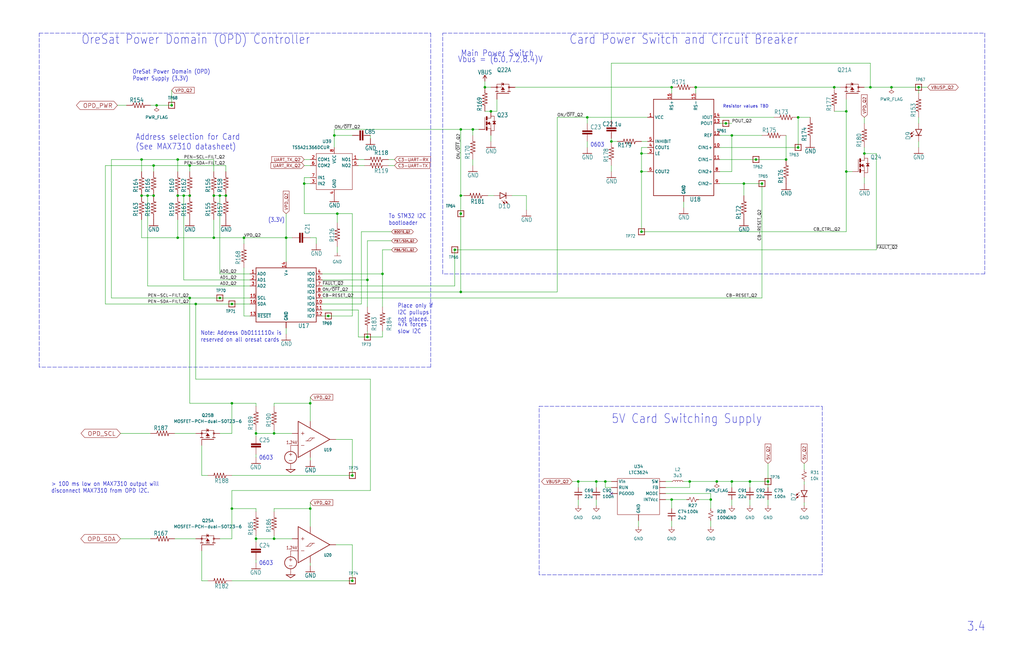
<source format=kicad_sch>
(kicad_sch (version 20211123) (generator eeschema)
  (paper "B")
  (junction (at 59.69 67.31))
  (junction (at 95.25 82.55))
  (junction (at 336.55 49.53))
  (junction (at 356.87 46.99))
  (junction (at 140.97 57.15))
  (junction (at 306.07 52.07))
  (junction (at 251.46 203.2))
  (junction (at 316.23 203.2))
  (junction (at 356.87 72.39))
  (junction (at 120.65 100.33))
  (junction (at 74.93 100.33))
  (junction (at 90.17 100.33))
  (junction (at 321.31 77.47))
  (junction (at 199.39 54.61))
  (junction (at 80.01 82.55))
  (junction (at 247.65 49.53))
  (junction (at 80.01 69.85))
  (junction (at 128.27 77.47))
  (junction (at 255.27 203.2))
  (junction (at 351.79 36.83))
  (junction (at 375.92 36.83))
  (junction (at 308.61 203.2))
  (junction (at 148.59 245.11))
  (junction (at 142.24 90.17))
  (junction (at 97.79 170.18))
  (junction (at 154.94 142.24))
  (junction (at 74.93 82.55))
  (junction (at 154.94 118.11))
  (junction (at 97.79 214.63))
  (junction (at 194.31 90.17))
  (junction (at 367.03 36.83))
  (junction (at 66.04 44.45))
  (junction (at 161.29 115.57))
  (junction (at 107.95 182.88))
  (junction (at 138.43 133.35))
  (junction (at 313.69 77.47))
  (junction (at 102.87 100.33))
  (junction (at 80.01 125.73))
  (junction (at 115.57 182.88))
  (junction (at 130.81 214.63))
  (junction (at 270.51 97.79))
  (junction (at 194.31 123.19))
  (junction (at 194.31 54.61))
  (junction (at 387.35 36.83))
  (junction (at 243.84 203.2))
  (junction (at 299.72 210.82))
  (junction (at 92.71 125.73))
  (junction (at 82.55 128.27))
  (junction (at 130.81 170.18))
  (junction (at 336.55 62.23))
  (junction (at 74.93 67.31))
  (junction (at 148.59 200.66))
  (junction (at 62.23 82.55))
  (junction (at 331.47 67.31))
  (junction (at 270.51 64.77))
  (junction (at 283.21 36.83))
  (junction (at 191.77 105.41))
  (junction (at 290.83 203.2))
  (junction (at 207.01 46.99))
  (junction (at 364.49 64.77))
  (junction (at 107.95 227.33))
  (junction (at 64.77 69.85))
  (junction (at 77.47 82.55))
  (junction (at 308.61 57.15))
  (junction (at 204.47 36.83))
  (junction (at 283.21 210.82))
  (junction (at 59.69 82.55))
  (junction (at 194.31 82.55))
  (junction (at 64.77 82.55))
  (junction (at 270.51 72.39))
  (junction (at 72.39 44.45))
  (junction (at 115.57 227.33))
  (junction (at 318.77 67.31))
  (junction (at 92.71 82.55))
  (junction (at 257.81 59.69))
  (junction (at 323.85 203.2))
  (junction (at 97.79 128.27))
  (junction (at 90.17 82.55))
  (junction (at 302.26 203.2))
  (junction (at 293.37 36.83))
  (no_connect (at 257.81 208.28))
  (wire (pts (xy 204.47 36.83) (xy 207.01 36.83)))
  (wire (pts (xy 308.61 203.2) (xy 308.61 205.74)))
  (wire (pts (xy 115.57 171.45) (xy 115.57 170.18)))
  (wire (pts (xy 140.97 57.15) (xy 148.59 57.15)))
  (wire (pts (xy 299.72 219.71) (xy 299.72 222.25)))
  (wire (pts (xy 107.95 184.15) (xy 107.95 182.88)))
  (wire (pts (xy 97.79 128.27) (xy 82.55 128.27)))
  (wire (pts (xy 194.31 54.61) (xy 194.31 82.55)))
  (wire (pts (xy 356.87 46.99) (xy 356.87 41.91)))
  (wire (pts (xy 364.49 74.93) (xy 364.49 77.47)))
  (wire (pts (xy 148.59 229.87) (xy 148.59 245.11)))
  (wire (pts (xy 356.87 97.79) (xy 270.51 97.79)))
  (wire (pts (xy 280.67 203.2) (xy 283.21 203.2)))
  (wire (pts (xy 130.81 177.8) (xy 130.81 170.18)))
  (wire (pts (xy 115.57 182.88) (xy 123.19 182.88)))
  (wire (pts (xy 90.17 100.33) (xy 90.17 92.71)))
  (wire (pts (xy 128.27 74.93) (xy 128.27 77.47)))
  (wire (pts (xy 270.51 62.23) (xy 270.51 64.77)))
  (wire (pts (xy 280.67 208.28) (xy 299.72 208.28)))
  (wire (pts (xy 251.46 203.2) (xy 251.46 205.74)))
  (wire (pts (xy 323.85 195.58) (xy 323.85 203.2)))
  (wire (pts (xy 247.65 52.07) (xy 247.65 49.53)))
  (wire (pts (xy 356.87 46.99) (xy 356.87 72.39)))
  (wire (pts (xy 387.35 49.53) (xy 387.35 52.07)))
  (wire (pts (xy 154.94 139.7) (xy 154.94 142.24)))
  (polyline (pts (xy 227.33 171.45) (xy 346.71 171.45)))
  (wire (pts (xy 135.89 130.81) (xy 151.13 130.81)))
  (wire (pts (xy 199.39 54.61) (xy 194.31 54.61)))
  (wire (pts (xy 306.07 52.07) (xy 308.61 52.07)))
  (wire (pts (xy 166.37 67.31) (xy 163.83 67.31)))
  (wire (pts (xy 221.996 82.55) (xy 221.996 88.646)))
  (wire (pts (xy 138.43 133.35) (xy 148.59 133.35)))
  (wire (pts (xy 128.27 77.47) (xy 130.81 77.47)))
  (wire (pts (xy 44.45 128.27) (xy 44.45 69.85)))
  (wire (pts (xy 95.25 82.55) (xy 92.71 82.55)))
  (wire (pts (xy 303.53 57.15) (xy 308.61 57.15)))
  (wire (pts (xy 92.71 115.57) (xy 92.71 82.55)))
  (wire (pts (xy 130.81 74.93) (xy 128.27 74.93)))
  (wire (pts (xy 59.69 72.39) (xy 59.69 67.31)))
  (wire (pts (xy 351.79 46.99) (xy 356.87 46.99)))
  (wire (pts (xy 364.49 49.53) (xy 364.49 52.07)))
  (wire (pts (xy 209.55 46.99) (xy 209.55 41.91)))
  (wire (pts (xy 80.01 72.39) (xy 80.01 69.85)))
  (wire (pts (xy 283.21 219.71) (xy 283.21 222.25)))
  (wire (pts (xy 316.23 203.2) (xy 316.23 205.74)))
  (wire (pts (xy 130.81 222.25) (xy 130.81 214.63)))
  (wire (pts (xy 107.95 171.45) (xy 107.95 170.18)))
  (wire (pts (xy 138.43 133.35) (xy 135.89 133.35)))
  (wire (pts (xy 120.65 110.49) (xy 120.65 100.33)))
  (wire (pts (xy 299.72 208.28) (xy 299.72 210.82)))
  (wire (pts (xy 313.69 82.55) (xy 313.69 77.47)))
  (wire (pts (xy 85.09 245.11) (xy 85.09 232.41)))
  (wire (pts (xy 318.77 67.31) (xy 303.53 67.31)))
  (wire (pts (xy 308.61 210.82) (xy 308.61 213.36)))
  (wire (pts (xy 95.25 69.85) (xy 95.25 72.39)))
  (wire (pts (xy 64.77 69.85) (xy 80.01 69.85)))
  (wire (pts (xy 135.89 123.19) (xy 194.31 123.19)))
  (wire (pts (xy 257.81 59.69) (xy 260.35 59.69)))
  (wire (pts (xy 153.67 69.85) (xy 151.13 69.85)))
  (wire (pts (xy 204.47 34.29) (xy 204.47 36.83)))
  (wire (pts (xy 107.95 227.33) (xy 107.95 226.06)))
  (wire (pts (xy 97.79 214.63) (xy 97.79 227.33)))
  (wire (pts (xy 308.61 72.39) (xy 308.61 57.15)))
  (wire (pts (xy 130.81 238.76) (xy 130.81 237.49)))
  (wire (pts (xy 313.69 77.47) (xy 303.53 77.47)))
  (wire (pts (xy 199.39 57.15) (xy 199.39 54.61)))
  (wire (pts (xy 299.72 210.82) (xy 294.64 210.82)))
  (wire (pts (xy 46.99 125.73) (xy 80.01 125.73)))
  (wire (pts (xy 270.51 64.77) (xy 270.51 72.39)))
  (wire (pts (xy 140.97 57.15) (xy 140.97 62.23)))
  (wire (pts (xy 199.39 54.61) (xy 201.93 54.61)))
  (wire (pts (xy 102.87 113.03) (xy 102.87 133.35)))
  (wire (pts (xy 199.39 67.31) (xy 199.39 69.85)))
  (wire (pts (xy 154.94 118.11) (xy 154.94 129.54)))
  (wire (pts (xy 53.34 44.45) (xy 49.53 44.45)))
  (wire (pts (xy 59.69 67.31) (xy 74.93 67.31)))
  (wire (pts (xy 64.77 72.39) (xy 64.77 69.85)))
  (wire (pts (xy 62.23 82.55) (xy 59.69 82.55)))
  (wire (pts (xy 77.47 118.11) (xy 77.47 82.55)))
  (wire (pts (xy 153.67 67.31) (xy 151.13 67.31)))
  (wire (pts (xy 303.53 49.53) (xy 326.39 49.53)))
  (wire (pts (xy 80.01 82.55) (xy 77.47 82.55)))
  (wire (pts (xy 107.95 182.88) (xy 115.57 182.88)))
  (wire (pts (xy 152.4 97.79) (xy 165.1 97.79)))
  (wire (pts (xy 316.23 203.2) (xy 323.85 203.2)))
  (wire (pts (xy 288.29 203.2) (xy 290.83 203.2)))
  (wire (pts (xy 207.01 57.15) (xy 207.01 59.69)))
  (wire (pts (xy 82.55 227.33) (xy 73.66 227.33)))
  (wire (pts (xy 205.74 82.55) (xy 208.28 82.55)))
  (polyline (pts (xy 181.61 154.94) (xy 16.51 154.94)))
  (wire (pts (xy 130.81 170.18) (xy 130.81 167.64)))
  (wire (pts (xy 308.61 57.15) (xy 321.31 57.15)))
  (wire (pts (xy 148.59 133.35) (xy 148.59 90.17)))
  (wire (pts (xy 46.99 125.73) (xy 46.99 67.31)))
  (wire (pts (xy 161.29 105.41) (xy 165.1 105.41)))
  (wire (pts (xy 283.21 210.82) (xy 289.56 210.82)))
  (wire (pts (xy 130.81 214.63) (xy 130.81 212.09)))
  (polyline (pts (xy 346.71 171.45) (xy 346.71 242.57)))
  (wire (pts (xy 141.605 229.87) (xy 148.59 229.87)))
  (wire (pts (xy 74.93 100.33) (xy 74.93 92.71)))
  (wire (pts (xy 90.17 100.33) (xy 102.87 100.33)))
  (wire (pts (xy 280.67 205.74) (xy 290.83 205.74)))
  (wire (pts (xy 351.79 36.83) (xy 354.33 36.83)))
  (wire (pts (xy 257.81 50.8) (xy 257.81 26.67)))
  (wire (pts (xy 120.65 140.97) (xy 120.65 138.43)))
  (wire (pts (xy 133.35 100.33) (xy 133.35 102.87)))
  (wire (pts (xy 234.95 123.19) (xy 194.31 123.19)))
  (wire (pts (xy 161.29 142.24) (xy 161.29 139.7)))
  (wire (pts (xy 135.89 118.11) (xy 154.94 118.11)))
  (polyline (pts (xy 415.29 13.97) (xy 415.29 115.57)))
  (wire (pts (xy 115.57 181.61) (xy 115.57 182.88)))
  (wire (pts (xy 77.47 82.55) (xy 74.93 82.55)))
  (wire (pts (xy 120.65 100.33) (xy 123.19 100.33)))
  (wire (pts (xy 154.94 118.11) (xy 154.94 101.6)))
  (wire (pts (xy 97.79 207.01) (xy 156.21 207.01)))
  (wire (pts (xy 107.95 193.04) (xy 107.95 191.77)))
  (wire (pts (xy 257.81 58.42) (xy 257.81 59.69)))
  (wire (pts (xy 166.37 69.85) (xy 163.83 69.85)))
  (wire (pts (xy 321.31 125.73) (xy 321.31 77.47)))
  (wire (pts (xy 273.05 59.69) (xy 270.51 59.69)))
  (wire (pts (xy 85.09 200.66) (xy 85.09 187.96)))
  (wire (pts (xy 339.09 195.58) (xy 339.09 198.12)))
  (wire (pts (xy 105.41 128.27) (xy 97.79 128.27)))
  (wire (pts (xy 107.95 215.9) (xy 107.95 214.63)))
  (wire (pts (xy 359.41 72.39) (xy 356.87 72.39)))
  (wire (pts (xy 105.41 133.35) (xy 102.87 133.35)))
  (wire (pts (xy 336.55 62.23) (xy 336.55 49.53)))
  (wire (pts (xy 80.01 170.18) (xy 80.01 125.73)))
  (wire (pts (xy 105.41 118.11) (xy 77.47 118.11)))
  (wire (pts (xy 243.84 203.2) (xy 251.46 203.2)))
  (wire (pts (xy 283.21 210.82) (xy 283.21 214.63)))
  (wire (pts (xy 364.49 36.83) (xy 367.03 36.83)))
  (wire (pts (xy 154.94 101.6) (xy 165.1 101.6)))
  (wire (pts (xy 97.79 214.63) (xy 97.79 207.01)))
  (wire (pts (xy 356.87 72.39) (xy 356.87 97.79)))
  (wire (pts (xy 120.65 100.33) (xy 120.65 90.17)))
  (wire (pts (xy 97.79 182.88) (xy 92.71 182.88)))
  (wire (pts (xy 107.95 237.49) (xy 107.95 236.22)))
  (wire (pts (xy 283.21 210.82) (xy 280.67 210.82)))
  (polyline (pts (xy 181.61 13.97) (xy 181.61 154.94)))
  (wire (pts (xy 72.39 44.45) (xy 72.39 38.1)))
  (wire (pts (xy 387.35 59.69) (xy 387.35 62.23)))
  (wire (pts (xy 316.23 210.82) (xy 316.23 213.36)))
  (wire (pts (xy 130.81 170.18) (xy 115.57 170.18)))
  (wire (pts (xy 204.47 46.99) (xy 207.01 46.99)))
  (wire (pts (xy 241.3 203.2) (xy 243.84 203.2)))
  (polyline (pts (xy 227.33 242.57) (xy 227.33 171.45)))
  (polyline (pts (xy 415.29 115.57) (xy 186.69 115.57)))
  (wire (pts (xy 128.27 69.85) (xy 130.81 69.85)))
  (wire (pts (xy 283.21 36.83) (xy 283.21 39.37)))
  (wire (pts (xy 140.97 54.61) (xy 194.31 54.61)))
  (wire (pts (xy 97.79 170.18) (xy 97.79 182.88)))
  (wire (pts (xy 323.85 205.74) (xy 323.85 203.2)))
  (wire (pts (xy 90.17 72.39) (xy 90.17 67.31)))
  (wire (pts (xy 107.95 214.63) (xy 97.79 214.63)))
  (wire (pts (xy 308.61 203.2) (xy 316.23 203.2)))
  (wire (pts (xy 290.83 203.2) (xy 290.83 205.74)))
  (wire (pts (xy 102.87 102.87) (xy 102.87 100.33)))
  (wire (pts (xy 74.93 67.31) (xy 90.17 67.31)))
  (wire (pts (xy 336.55 49.53) (xy 341.63 49.53)))
  (wire (pts (xy 369.57 64.77) (xy 369.57 105.41)))
  (wire (pts (xy 303.53 62.23) (xy 336.55 62.23)))
  (wire (pts (xy 234.95 123.19) (xy 234.95 49.53)))
  (wire (pts (xy 161.29 129.54) (xy 161.29 115.57)))
  (wire (pts (xy 194.31 82.55) (xy 194.31 90.17)))
  (wire (pts (xy 290.83 203.2) (xy 302.26 203.2)))
  (wire (pts (xy 257.81 203.2) (xy 255.27 203.2)))
  (wire (pts (xy 323.85 210.82) (xy 323.85 213.36)))
  (wire (pts (xy 107.95 227.33) (xy 107.95 228.6)))
  (wire (pts (xy 215.9 82.55) (xy 221.996 82.55)))
  (wire (pts (xy 367.03 36.83) (xy 375.92 36.83)))
  (wire (pts (xy 87.63 245.11) (xy 85.09 245.11)))
  (wire (pts (xy 66.04 44.45) (xy 72.39 44.45)))
  (wire (pts (xy 234.95 49.53) (xy 247.65 49.53)))
  (wire (pts (xy 270.51 97.79) (xy 270.51 72.39)))
  (wire (pts (xy 44.45 69.85) (xy 64.77 69.85)))
  (wire (pts (xy 243.84 205.74) (xy 243.84 203.2)))
  (wire (pts (xy 107.95 170.18) (xy 97.79 170.18)))
  (wire (pts (xy 156.21 207.01) (xy 156.21 160.02)))
  (wire (pts (xy 321.31 77.47) (xy 313.69 77.47)))
  (wire (pts (xy 318.77 67.31) (xy 331.47 67.31)))
  (wire (pts (xy 151.13 130.81) (xy 151.13 142.24)))
  (wire (pts (xy 207.01 46.99) (xy 209.55 46.99)))
  (wire (pts (xy 142.24 90.17) (xy 128.27 90.17)))
  (wire (pts (xy 105.41 115.57) (xy 92.71 115.57)))
  (wire (pts (xy 217.17 36.83) (xy 283.21 36.83)))
  (wire (pts (xy 299.72 214.63) (xy 299.72 210.82)))
  (wire (pts (xy 128.27 67.31) (xy 130.81 67.31)))
  (wire (pts (xy 115.57 227.33) (xy 123.19 227.33)))
  (wire (pts (xy 270.51 72.39) (xy 273.05 72.39)))
  (wire (pts (xy 148.59 90.17) (xy 142.24 90.17)))
  (wire (pts (xy 364.49 62.23) (xy 364.49 64.77)))
  (wire (pts (xy 195.58 82.55) (xy 194.31 82.55)))
  (wire (pts (xy 82.55 160.02) (xy 82.55 128.27)))
  (wire (pts (xy 74.93 100.33) (xy 90.17 100.33)))
  (wire (pts (xy 257.81 72.39) (xy 257.81 69.85)))
  (wire (pts (xy 92.71 125.73) (xy 105.41 125.73)))
  (wire (pts (xy 293.37 39.37) (xy 293.37 36.83)))
  (wire (pts (xy 293.37 36.83) (xy 351.79 36.83)))
  (wire (pts (xy 270.51 64.77) (xy 273.05 64.77)))
  (wire (pts (xy 135.89 125.73) (xy 321.31 125.73)))
  (wire (pts (xy 148.59 185.42) (xy 148.59 200.66)))
  (wire (pts (xy 191.77 105.41) (xy 191.77 120.65)))
  (wire (pts (xy 339.09 203.2) (xy 339.09 204.47)))
  (wire (pts (xy 64.77 82.55) (xy 62.23 82.55)))
  (wire (pts (xy 107.95 227.33) (xy 115.57 227.33)))
  (wire (pts (xy 142.24 106.68) (xy 142.24 104.14)))
  (wire (pts (xy 130.81 214.63) (xy 115.57 214.63)))
  (wire (pts (xy 46.99 67.31) (xy 59.69 67.31)))
  (wire (pts (xy 92.71 82.55) (xy 90.17 82.55)))
  (wire (pts (xy 339.09 212.09) (xy 339.09 213.36)))
  (wire (pts (xy 59.69 100.33) (xy 59.69 92.71)))
  (wire (pts (xy 161.29 105.41) (xy 161.29 115.57)))
  (wire (pts (xy 387.35 36.83) (xy 387.35 39.37)))
  (wire (pts (xy 80.01 69.85) (xy 95.25 69.85)))
  (wire (pts (xy 135.89 128.27) (xy 152.4 128.27)))
  (wire (pts (xy 63.5 227.33) (xy 50.8 227.33)))
  (wire (pts (xy 102.87 100.33) (xy 120.65 100.33)))
  (wire (pts (xy 156.21 57.15) (xy 156.21 58.42)))
  (wire (pts (xy 87.63 200.66) (xy 85.09 200.66)))
  (wire (pts (xy 130.81 100.33) (xy 133.35 100.33)))
  (wire (pts (xy 62.23 120.65) (xy 62.23 82.55)))
  (wire (pts (xy 303.53 52.07) (xy 306.07 52.07)))
  (wire (pts (xy 154.94 142.24) (xy 161.29 142.24)))
  (wire (pts (xy 251.46 203.2) (xy 255.27 203.2)))
  (polyline (pts (xy 346.71 242.57) (xy 227.33 242.57)))
  (wire (pts (xy 82.55 128.27) (xy 44.45 128.27)))
  (wire (pts (xy 161.29 115.57) (xy 135.89 115.57)))
  (wire (pts (xy 251.46 210.82) (xy 251.46 213.36)))
  (wire (pts (xy 247.65 49.53) (xy 273.05 49.53)))
  (wire (pts (xy 391.16 36.83) (xy 387.35 36.83)))
  (wire (pts (xy 97.79 245.11) (xy 148.59 245.11)))
  (wire (pts (xy 128.27 77.47) (xy 128.27 90.17)))
  (wire (pts (xy 97.79 170.18) (xy 80.01 170.18)))
  (wire (pts (xy 302.26 203.2) (xy 308.61 203.2)))
  (wire (pts (xy 257.81 26.67) (xy 367.03 26.67)))
  (wire (pts (xy 331.47 67.31) (xy 331.47 57.15)))
  (polyline (pts (xy 186.69 13.97) (xy 415.29 13.97)))
  (wire (pts (xy 194.31 90.17) (xy 194.31 123.19)))
  (wire (pts (xy 142.24 90.17) (xy 142.24 93.98)))
  (wire (pts (xy 59.69 100.33) (xy 74.93 100.33)))
  (wire (pts (xy 367.03 26.67) (xy 367.03 36.83)))
  (wire (pts (xy 152.4 128.27) (xy 152.4 97.79)))
  (wire (pts (xy 243.84 210.82) (xy 243.84 213.36)))
  (wire (pts (xy 255.27 205.74) (xy 257.81 205.74)))
  (wire (pts (xy 105.41 120.65) (xy 62.23 120.65)))
  (wire (pts (xy 156.21 160.02) (xy 82.55 160.02)))
  (wire (pts (xy 303.53 72.39) (xy 308.61 72.39)))
  (wire (pts (xy 115.57 215.9) (xy 115.57 214.63)))
  (wire (pts (xy 82.55 182.88) (xy 73.66 182.88)))
  (wire (pts (xy 74.93 72.39) (xy 74.93 67.31)))
  (wire (pts (xy 191.77 120.65) (xy 135.89 120.65)))
  (wire (pts (xy 63.5 44.45) (xy 66.04 44.45)))
  (wire (pts (xy 141.605 185.42) (xy 148.59 185.42)))
  (wire (pts (xy 273.05 62.23) (xy 270.51 62.23)))
  (wire (pts (xy 130.81 194.31) (xy 130.81 193.04)))
  (wire (pts (xy 255.27 203.2) (xy 255.27 205.74)))
  (wire (pts (xy 107.95 182.88) (xy 107.95 181.61)))
  (wire (pts (xy 269.24 219.71) (xy 269.24 222.25)))
  (wire (pts (xy 364.49 64.77) (xy 369.57 64.77)))
  (wire (pts (xy 63.5 182.88) (xy 50.8 182.88)))
  (wire (pts (xy 115.57 226.06) (xy 115.57 227.33)))
  (wire (pts (xy 247.65 62.23) (xy 247.65 59.69)))
  (polyline (pts (xy 16.51 13.97) (xy 181.61 13.97)))
  (wire (pts (xy 140.97 54.61) (xy 140.97 57.15)))
  (wire (pts (xy 80.01 125.73) (xy 92.71 125.73)))
  (polyline (pts (xy 186.69 115.57) (xy 186.69 13.97)))
  (wire (pts (xy 151.13 142.24) (xy 154.94 142.24)))
  (wire (pts (xy 288.29 87.63) (xy 288.29 85.09)))
  (wire (pts (xy 97.79 200.66) (xy 148.59 200.66)))
  (polyline (pts (xy 16.51 154.94) (xy 16.51 13.97)))
  (wire (pts (xy 369.57 105.41) (xy 191.77 105.41)))
  (wire (pts (xy 375.92 36.83) (xy 387.35 36.83)))
  (wire (pts (xy 97.79 227.33) (xy 92.71 227.33)))
  (text "3.4" (at 407.67 266.7 180) (effects (font (size 3.81 3.2385)) (justify left bottom)))
  (text "Address selection for Card\n(See MAX7310 datasheet)" (at 57.15 63.5 0) (effects (font (size 2.54 2.159)) (justify left bottom)))
  (text "OreSat Power Domain (OPD)\nPower Supply (3.3V)" (at 55.88 34.29 180) (effects (font (size 1.778 1.5113)) (justify left bottom)))
  (text "To STM32 I2C\nbootloader" (at 163.83 95.25 180) (effects (font (size 1.778 1.5113)) (justify left bottom)))
  (text "Card Power Switch and Circuit Breaker" (at 240.03 19.05 180) (effects (font (size 3.81 3.2385)) (justify left bottom)))
  (text "0603" (at 248.92 62.23 180) (effects (font (size 1.778 1.5113)) (justify left bottom)))
  (text "0603" (at 109.22 194.31 180) (effects (font (size 1.778 1.5113)) (justify left bottom)))
  (text "Place only if\nI2C pullups\nnot placed." (at 167.64 135.89 180) (effects (font (size 1.778 1.5113)) (justify left bottom)))
  (text "0603" (at 109.22 238.76 180) (effects (font (size 1.778 1.5113)) (justify left bottom)))
  (text "5V Card Switching Supply" (at 257.81 179.07 180) (effects (font (size 3.81 3.2385)) (justify left bottom)))
  (text "(3.3V)" (at 113.03 93.98 180) (effects (font (size 1.778 1.5113)) (justify left bottom)))
  (text "Main Power Switch" (at 194.31 24.13 180) (effects (font (size 2.54 2.159)) (justify left bottom)))
  (text "Note: Address 0b0111110x is\nreserved on all oresat cards" (at 84.582 144.526 0) (effects (font (size 1.778 1.5113)) (justify left bottom)))
  (text "47k forces\nslow I2C" (at 167.64 140.97 180) (effects (font (size 1.778 1.5113)) (justify left bottom)))
  (text "Vbus = (6.0,7.2,8.4)V" (at 193.04 26.67 180) (effects (font (size 2.54 2.159)) (justify left bottom)))
  (text "Resistor values TBD" (at 304.8 45.72 0) (effects (font (size 1.27 1.27)) (justify left bottom)))
  (text "OreSat Power Domain (OPD) Controller" (at 34.29 19.05 180) (effects (font (size 3.81 3.2385)) (justify left bottom)))
  (text "> 100 ms low on MAX7310 output will\ndisconnect MAX7310 from OPD I2C." (at 21.59 208.28 0) (effects (font (size 1.778 1.5113)) (justify left bottom)))
  (label "CB-RESET_Q2" (at 306.07 125.73 0) (effects (font (size 1.2446 1.2446))))
  (label "~{FAULT_Q2}" (at 135.89 120.65 0) (effects (font (size 1.2446 1.2446))))
  (label "PEN-SDA-FILT_Q2" (at 62.23 128.27 0) (effects (font (size 1.2446 1.2446))))
  (label "PEN-SCL-FILT_Q2" (at 77.47 67.31 0) (effects (font (size 1.2446 1.2446))))
  (label "AD0_Q2" (at 92.71 115.57 0) (effects (font (size 1.2446 1.2446))))
  (label "~{FAULT_Q2}" (at 369.57 105.41 0) (effects (font (size 1.2446 1.2446))))
  (label "CB-RESET_Q2" (at 135.89 125.73 0) (effects (font (size 1.2446 1.2446))))
  (label "PEN-SDA-FILT_Q2" (at 77.47 69.85 0) (effects (font (size 1.2446 1.2446))))
  (label "ON{slash}~{OFF}_Q2" (at 140.97 54.61 0) (effects (font (size 1.2446 1.2446))))
  (label "ON{slash}~{OFF}_Q2" (at 194.31 67.31 90) (effects (font (size 1.2446 1.2446))))
  (label "CB-RESET_Q2" (at 321.31 101.6 90) (effects (font (size 1.2446 1.2446))))
  (label "POUT_Q2" (at 308.61 52.07 0) (effects (font (size 1.2446 1.2446))))
  (label "ON{slash}~{OFF}_Q2" (at 135.89 123.19 0) (effects (font (size 1.2446 1.2446))))
  (label "AD2_Q2" (at 92.71 120.65 0) (effects (font (size 1.2446 1.2446))))
  (label "ON/~{OFF}_Q2" (at 234.95 49.53 0) (effects (font (size 1.2446 1.2446))))
  (label "VPD_Q2" (at 102.87 100.33 0) (effects (font (size 1.2446 1.2446))))
  (label "CB_CTRL_Q2" (at 342.9 97.79 0) (effects (font (size 1.2446 1.2446))))
  (label "PEN-SCL-FILT_Q2" (at 62.23 125.73 0) (effects (font (size 1.2446 1.2446))))
  (label "AD1_Q2" (at 92.71 118.11 0) (effects (font (size 1.2446 1.2446))))
  (global_label "OPD_SDA" (shape bidirectional) (at 50.8 227.33 180) (effects (font (size 1.778 1.778))) (property "Intersheet References" "${INTERSHEET_REFS}" (effects hide)))
  (global_label "VPD_Q2" (shape input) (at 72.39 38.1 0) (property "Intersheet References" "${INTERSHEET_REFS}" (effects hide)))
  (global_label "BOOT0_Q2" (shape bidirectional) (at 165.1 97.79 0) (effects (font (size 0.889 0.889))) (property "Intersheet References" "${INTERSHEET_REFS}" (effects hide)))
  (global_label "OPD_SCL" (shape bidirectional) (at 50.8 182.88 180) (effects (font (size 1.778 1.778))) (property "Intersheet References" "${INTERSHEET_REFS}" (effects hide)))
  (global_label "OPD_PWR" (shape bidirectional) (at 49.53 44.45 180) (effects (font (size 1.778 1.778))) (property "Intersheet References" "${INTERSHEET_REFS}" (effects hide)))
  (global_label "VPD_Q2" (shape input) (at 120.65 90.17 90) (property "Intersheet References" "${INTERSHEET_REFS}" (effects hide)))
  (global_label "VPD_Q2" (shape input) (at 130.81 167.64 0) (property "Intersheet References" "${INTERSHEET_REFS}" (effects hide)))
  (global_label "VPD_Q2" (shape input) (at 364.49 49.53 90) (property "Intersheet References" "${INTERSHEET_REFS}" (effects hide)))
  (global_label "VBUSP_Q2" (shape bidirectional) (at 391.16 36.83 0) (effects (font (size 1.2446 1.2446))) (property "Intersheet References" "${INTERSHEET_REFS}" (effects hide)))
  (global_label "VPD_Q2" (shape input) (at 130.81 212.09 0) (property "Intersheet References" "${INTERSHEET_REFS}" (effects hide)))
  (global_label "PB6/SCL_Q2" (shape bidirectional) (at 165.1 105.41 0) (effects (font (size 0.889 0.889))) (property "Intersheet References" "${INTERSHEET_REFS}" (effects hide)))
  (global_label "UART_TX_Q2" (shape input) (at 128.27 67.31 180) (property "Intersheet References" "${INTERSHEET_REFS}" (effects hide)))
  (global_label "C3-UART-RX" (shape input) (at 166.37 67.31 0) (property "Intersheet References" "${INTERSHEET_REFS}" (effects hide)))
  (global_label "C3-UART-TX" (shape input) (at 166.37 69.85 0) (property "Intersheet References" "${INTERSHEET_REFS}" (effects hide)))
  (global_label "PB7/SDA_Q2" (shape bidirectional) (at 165.1 101.6 0) (effects (font (size 0.889 0.889))) (property "Intersheet References" "${INTERSHEET_REFS}" (effects hide)))
  (global_label "UART_RX_Q2" (shape input) (at 128.27 69.85 180) (property "Intersheet References" "${INTERSHEET_REFS}" (effects hide)))
  (global_label "5V_Q2" (shape input) (at 339.09 195.58 90) (property "Intersheet References" "${INTERSHEET_REFS}" (effects hide)))
  (global_label "VBUSP_Q2" (shape bidirectional) (at 241.3 203.2 180) (effects (font (size 1.2446 1.2446))) (property "Intersheet References" "${INTERSHEET_REFS}" (effects hide)))
  (global_label "5V_Q2" (shape input) (at 323.85 195.58 90) (property "Intersheet References" "${INTERSHEET_REFS}" (effects hide)))
  (symbol (lib_id "oresat-acs-card-eagle-import:GND") (at 107.95 240.03 0) (unit 1)
    (property "Reference" "#GND072" (effects hide))
    (property "Value" "GND" (at 105.41 242.57 0) (effects (font (size 1.778 1.5113)) (justify left bottom)))
  )
  (symbol (lib_id "oresat-acs-card-eagle-import:R-US_0603-C-NOSILK") (at 68.58 227.33 0) (unit 1)
    (property "Reference" "R167" (at 64.77 226.06 0) (effects (font (size 1.778 1.5113)) (justify left bottom)))
    (property "Value" "100" (at 71.12 226.06 0) (effects (font (size 1.778 1.5113)) (justify left bottom)))
    (property "Footprint" "oresat-acs-card:.0603-C-NOSILK" (effects hide))
    (property "Value" "RC0603FR-07100RL" (effects hide))
  )
  (symbol (lib_id "oresat-acs-card-eagle-import:R-US_0603-C-NOSILK") (at 58.42 44.45 0) (unit 1)
    (property "Reference" "R154" (at 54.61 43.18 0) (effects (font (size 1.778 1.5113)) (justify left bottom)))
    (property "Value" "10" (at 60.96 43.18 0) (effects (font (size 1.778 1.5113)) (justify left bottom)))
    (property "Footprint" "oresat-acs-card:.0603-C-NOSILK" (effects hide))
    (property "Value" "RC0603FR-0710RL" (effects hide))
  )
  (symbol (lib_id "oresat-acs-card-eagle-import:GND") (at 130.81 196.85 0) (mirror y) (unit 1)
    (property "Reference" "#GND074" (effects hide))
    (property "Value" "GND" (at 133.35 199.39 0) (effects (font (size 1.778 1.5113)) (justify left bottom)))
  )
  (symbol (lib_id "oresat-acs-card-eagle-import:R-US_0603-C-NOSILK") (at 115.57 220.98 90) (unit 1)
    (property "Reference" "R186" (at 114.3 224.79 0) (effects (font (size 1.778 1.5113)) (justify left bottom)))
    (property "Value" "1M" (at 114.3 218.44 0) (effects (font (size 1.778 1.5113)) (justify left bottom)))
    (property "Footprint" "oresat-acs-card:.0603-C-NOSILK" (effects hide))
    (property "Value" "RC0603FR-071ML" (effects hide))
  )
  (symbol (lib_id "oresat-acs-card-eagle-import:TEST-POINT-LARGE-SQUARE") (at 191.77 105.41 0) (unit 1)
    (property "Reference" "TP66" (at 189.23 109.22 0) (effects (font (size 1.27 1.0795)) (justify left bottom)))
    (property "Value" "TEST-POINT-LARGE-SQUARE" (effects hide))
    (property "Footprint" "oresat-acs-card:1X01" (effects hide))
  )
  (symbol (lib_id "oresat-acs-card-eagle-import:R-US_0603-C-NOSILK") (at 68.58 182.88 0) (unit 1)
    (property "Reference" "R187" (at 64.77 181.61 0) (effects (font (size 1.778 1.5113)) (justify left bottom)))
    (property "Value" "100" (at 71.12 181.61 0) (effects (font (size 1.778 1.5113)) (justify left bottom)))
    (property "Footprint" "oresat-acs-card:.0603-C-NOSILK" (effects hide))
    (property "Value" "RC0603FR-07100RL" (effects hide))
  )
  (symbol (lib_id "power:GND") (at 269.24 222.25 0) (unit 1)
    (property "Reference" "#PWR051" (effects hide))
    (property "Value" "GND" (at 269.24 227.33 0))
  )
  (symbol (lib_id "oresat-acs-card-eagle-import:R-US_0603-C-NOSILK") (at 64.77 87.63 90) (unit 1)
    (property "Reference" "R165" (at 63.2714 91.44 0) (effects (font (size 1.778 1.5113)) (justify left bottom)))
    (property "Value" "NP" (at 62.992 85.09 0) (effects (font (size 1.778 1.5113)) (justify left bottom)))
    (property "Footprint" "oresat-acs-card:.0603-C-NOSILK" (effects hide))
    (property "Value" "RC1005F6653CS" (effects hide))
  )
  (symbol (lib_id "oresat-acs-card-eagle-import:R-US_0603-C-NOSILK") (at 74.93 87.63 270) (unit 1)
    (property "Reference" "R159" (at 73.4314 91.44 0) (effects (font (size 1.778 1.5113)) (justify right top)))
    (property "Value" "NP" (at 73.152 85.09 0) (effects (font (size 1.778 1.5113)) (justify right top)))
    (property "Footprint" "oresat-acs-card:.0603-C-NOSILK" (effects hide))
    (property "Value" "RC1005F6653CS" (effects hide))
  )
  (symbol (lib_id "oresat-acs-card-eagle-import:GND") (at 130.81 241.3 0) (mirror y) (unit 1)
    (property "Reference" "#GND075" (effects hide))
    (property "Value" "GND" (at 133.35 243.84 0) (effects (font (size 1.778 1.5113)) (justify left bottom)))
  )
  (symbol (lib_id "oresat-acs-card-eagle-import:R-US_0603-C-NOSILK") (at 387.35 44.45 90) (unit 1)
    (property "Reference" "R153" (at 386.08 49.53 0) (effects (font (size 1.778 1.5113)) (justify left bottom)))
    (property "Value" "10k" (at 386.08 44.45 0) (effects (font (size 1.778 1.5113)) (justify left bottom)))
    (property "Footprint" "oresat-acs-card:.0603-C-NOSILK" (effects hide))
    (property "Value" "CRGCQ0603F2K7" (effects hide))
  )
  (symbol (lib_id "oresat-acs-card-eagle-import:TEST-POINT-LARGE-SQUARE") (at 148.59 200.66 180) (unit 1)
    (property "Reference" "TP75" (at 151.13 196.85 0) (effects (font (size 1.27 1.0795)) (justify left bottom)))
    (property "Value" "TEST-POINT-LARGE-SQUARE" (effects hide))
    (property "Footprint" "oresat-acs-card:1X01" (effects hide))
  )
  (symbol (lib_id "oresat-acs-card-eagle-import:MOSFET-PCH-SOT23-6") (at 212.09 39.37 90) (unit 1)
    (property "Reference" "Q22" (at 209.55 30.48 90) (effects (font (size 1.778 1.5113)) (justify right top)))
    (property "Value" "MOSFET-PCH-SOT23-6" (at 209.55 33.02 90) (effects (font (size 1.778 1.5113)) (justify right top)))
    (property "Footprint" "oresat-acs-card:SOT23-6" (effects hide))
    (property "Value" "MOSFET-PCH-SOT23-6" (effects hide))
  )
  (symbol (lib_id "oresat-acs-card-eagle-import:TEST-POINT-LARGE-SQUARE") (at 154.94 142.24 90) (unit 1)
    (property "Reference" "TP73" (at 152.4 146.05 90) (effects (font (size 1.27 1.0795)) (justify right top)))
    (property "Value" "TEST-POINT-LARGE-SQUARE" (effects hide))
    (property "Footprint" "oresat-acs-card:1X01" (effects hide))
  )
  (symbol (lib_id "oresat-acs-card-eagle-import:R-US_0603-C-NOSILK") (at 92.71 245.11 180) (unit 1)
    (property "Reference" "R182" (at 96.52 246.38 0) (effects (font (size 1.778 1.5113)) (justify left bottom)))
    (property "Value" "665k" (at 90.17 246.38 0) (effects (font (size 1.778 1.5113)) (justify left bottom)))
    (property "Footprint" "oresat-acs-card:.0603-C-NOSILK" (effects hide))
    (property "Value" "RC0603FR-07665KL" (effects hide))
  )
  (symbol (lib_id "oresat-acs-card-eagle-import:R-US_0603-C-NOSILK") (at 64.77 77.47 90) (unit 1)
    (property "Reference" "R166" (at 63.2714 81.28 0) (effects (font (size 1.778 1.5113)) (justify left bottom)))
    (property "Value" "NP" (at 62.992 74.93 0) (effects (font (size 1.778 1.5113)) (justify left bottom)))
    (property "Footprint" "oresat-acs-card:.0603-C-NOSILK" (effects hide))
    (property "Value" "RC1005F6653CS" (effects hide))
  )
  (symbol (lib_id "oresat-acs-card-eagle-import:GND") (at 80.01 95.25 0) (mirror y) (unit 1)
    (property "Reference" "#GND069" (effects hide))
    (property "Value" "GND" (at 82.55 97.79 0) (effects (font (size 1.778 1.5113)) (justify left bottom)))
  )
  (symbol (lib_id "oresat-acs-card-eagle-import:TEST-POINT-LARGE-SQUARE") (at 387.35 36.83 0) (unit 1)
    (property "Reference" "TP67" (at 386.08 34.29 0) (effects (font (size 1.27 1.0795)) (justify left bottom)))
    (property "Value" "TEST-POINT-LARGE-SQUARE" (effects hide))
    (property "Footprint" "oresat-acs-card:1X01" (effects hide))
  )
  (symbol (lib_id "oresat-acs-card-eagle-import:MIC842LYC5") (at 130.81 185.42 0) (unit 1)
    (property "Reference" "U19" (at 136.525 190.5 0) (effects (font (size 1.27 1.0795)) (justify left bottom)))
    (property "Value" "MIC842LYC5" (at 136.525 191.77 0) (effects (font (size 1.27 1.0795)) (justify left bottom)))
    (property "Footprint" "oresat-acs-card:SC70-5" (effects hide))
    (property "Value" "MIC842LYC5-TR" (effects hide))
  )
  (symbol (lib_id "oresat-acs-card-eagle-import:MAX7310") (at 120.65 123.19 0) (unit 1)
    (property "Reference" "U17" (at 125.73 138.43 0) (effects (font (size 1.778 1.5113)) (justify left bottom)))
    (property "Value" "MAX7310ATE" (at 125.73 140.97 0) (effects (font (size 1.778 1.5113)) (justify left bottom)))
    (property "Footprint" "oresat-acs-card:QFN65P400X400X80-17T210" (effects hide))
    (property "Value" "MAX7310ATE" (effects hide))
  )
  (symbol (lib_id "oresat-acs-card-eagle-import:TEST-POINT-LARGE-SQUARE") (at 72.39 44.45 180) (unit 1)
    (property "Reference" "TP68" (at 74.93 40.64 0) (effects (font (size 1.27 1.0795)) (justify left bottom)))
    (property "Value" "TEST-POINT-LARGE-SQUARE" (effects hide))
    (property "Footprint" "oresat-acs-card:1X01" (effects hide))
  )
  (symbol (lib_id "oresat-acs-card-eagle-import:R-US_0603-C-NOSILK") (at 326.39 57.15 180) (unit 1)
    (property "Reference" "R175" (at 321.31 55.88 0) (effects (font (size 1.778 1.5113)) (justify right top)))
    (property "Value" "0" (at 327.66 55.88 0) (effects (font (size 1.778 1.5113)) (justify right top)))
    (property "Footprint" "oresat-acs-card:.0603-C-NOSILK" (effects hide))
    (property "Value" "RC0603JR-070RL" (effects hide))
  )
  (symbol (lib_id "oresat-acs-card-eagle-import:R-US_0603-C-NOSILK") (at 80.01 87.63 90) (unit 1)
    (property "Reference" "R161" (at 78.5114 91.44 0) (effects (font (size 1.778 1.5113)) (justify left bottom)))
    (property "Value" "NP" (at 78.232 85.09 0) (effects (font (size 1.778 1.5113)) (justify left bottom)))
    (property "Footprint" "oresat-acs-card:.0603-C-NOSILK" (effects hide))
    (property "Value" "RC1005F6653CS" (effects hide))
  )
  (symbol (lib_id "oresat-acs-card-eagle-import:C-EU0603-C-NOSILK") (at 257.81 55.88 0) (mirror x) (unit 1)
    (property "Reference" "C22" (at 254 53.34 0) (effects (font (size 1.778 1.5113)) (justify left top)))
    (property "Value" "1u" (at 259.08 53.34 0) (effects (font (size 1.778 1.5113)) (justify left top)))
    (property "Footprint" "oresat-acs-card:.0603-C-NOSILK" (effects hide))
  )
  (symbol (lib_id "Device:R_Small_US") (at 339.09 200.66 0) (unit 1)
    (property "Reference" "R31" (at 341.63 199.3899 0) (effects (justify left)))
    (property "Value" "10k" (at 341.63 201.9299 0) (effects (justify left)))
    (property "Footprint" "Resistor_SMD:R_0603_1608Metric" (effects hide))
  )
  (symbol (lib_id "oresat-acs-card-eagle-import:GND") (at 64.77 95.25 0) (mirror y) (unit 1)
    (property "Reference" "#GND068" (effects hide))
    (property "Value" "GND" (at 67.31 97.79 0) (effects (font (size 1.778 1.5113)) (justify left bottom)))
  )
  (symbol (lib_id "Device:C_Small") (at 323.85 208.28 0) (unit 1)
    (property "Reference" "C75" (at 326.39 207.0162 0) (effects (justify left)))
    (property "Value" "100n" (at 326.39 209.5562 0) (effects (justify left)))
    (property "Footprint" "Capacitor_SMD:C_0603_1608Metric" (effects hide))
    (property "MPN" "1206YD476MAT2A" (effects hide))
    (property "MFR" "KYOCERA AVX" (effects hide))
    (property "Description" "47 µF ±20% 16V Ceramic Capacitor X5R 1206 (3216 Metric)" (effects hide))
  )
  (symbol (lib_id "oresat-acs-card-eagle-import:R-US_0603-C-NOSILK") (at 331.47 72.39 90) (unit 1)
    (property "Reference" "R176" (at 330.2 77.47 0) (effects (font (size 1.778 1.5113)) (justify left bottom)))
    (property "Value" "NP" (at 330.2 71.12 0) (effects (font (size 1.778 1.5113)) (justify left bottom)))
    (property "Footprint" "oresat-acs-card:.0603-C-NOSILK" (effects hide))
    (property "Value" "RC1005F6653CS" (effects hide))
  )
  (symbol (lib_id "oresat-acs-card-eagle-import:C-EU0603-C-NOSILK") (at 107.95 231.14 0) (unit 1)
    (property "Reference" "C24" (at 109.22 231.14 0) (effects (font (size 1.778 1.5113)) (justify left bottom)))
    (property "Value" "1u" (at 109.22 236.22 0) (effects (font (size 1.778 1.5113)) (justify left bottom)))
    (property "Footprint" "oresat-acs-card:.0603-C-NOSILK" (effects hide))
    (property "Value" "CC0603KRX7R7BB105" (effects hide))
  )
  (symbol (lib_id "oresat-acs-card-eagle-import:GND") (at 199.39 72.39 0) (mirror y) (unit 1)
    (property "Reference" "#GND079" (effects hide))
    (property "Value" "GND" (at 201.93 74.93 0) (effects (font (size 1.778 1.5113)) (justify left bottom)))
  )
  (symbol (lib_id "oresat-acs-card-eagle-import:LED-GREEN0603") (at 339.09 207.01 0) (unit 1)
    (property "Reference" "D7" (at 335.661 211.582 90) (effects (font (size 1.778 1.778)) (justify left bottom)))
    (property "Value" "LED-GREEN0603" (effects hide))
    (property "Footprint" "oresat-acs-card:LED-0603" (effects hide))
    (property "Value" "LED-GREEN0603" (effects hide))
    (property "Description" "Green 525nm LED 3.2V 0603" (effects hide))
    (property "MPN" "150060GS75020" (effects hide))
    (property "Distributor" "DigiKey" (effects hide))
  )
  (symbol (lib_id "oresat-acs-card-eagle-import:GND") (at 207.01 62.23 0) (mirror y) (unit 1)
    (property "Reference" "#GND080" (effects hide))
    (property "Value" "GND" (at 209.55 64.77 0) (effects (font (size 1.778 1.5113)) (justify left bottom)))
  )
  (symbol (lib_id "oresat-acs-card-eagle-import:PMV45EN") (at 364.49 69.85 0) (unit 1)
    (property "Reference" "Q24" (at 367.03 67.31 0) (effects (font (size 1.778 1.5113)) (justify left bottom)))
    (property "Value" "PMV45EN" (at 367.03 69.85 0) (effects (font (size 1.778 1.5113)) (justify left bottom)))
    (property "Footprint" "oresat-acs-card:SOT23" (effects hide))
    (property "Value" "PMV45EN2R" (effects hide))
  )
  (symbol (lib_id "oresat-acs-card-eagle-import:TEST-POINT-LARGE-SQUARE") (at 194.31 90.17 0) (unit 1)
    (property "Reference" "TP64" (at 187.96 87.63 0) (effects (font (size 1.27 1.0795)) (justify left bottom)))
    (property "Value" "TEST-POINT-LARGE-SQUARE" (effects hide))
    (property "Footprint" "oresat-acs-card:1X01" (effects hide))
  )
  (symbol (lib_id "Device:C_Small") (at 251.46 208.28 0) (unit 1)
    (property "Reference" "C90" (at 254 207.0162 0) (effects (justify left)))
    (property "Value" "100n" (at 254 209.5562 0) (effects (justify left)))
    (property "Footprint" "Capacitor_SMD:C_0603_1608Metric" (effects hide))
  )
  (symbol (lib_id "oresat-acs-card-eagle-import:R-US_0603-C-NOSILK") (at 199.39 62.23 90) (unit 1)
    (property "Reference" "R170" (at 198.12 67.31 0) (effects (font (size 1.778 1.5113)) (justify left bottom)))
    (property "Value" "10k" (at 198.12 60.96 0) (effects (font (size 1.778 1.5113)) (justify left bottom)))
    (property "Footprint" "oresat-acs-card:.0603-C-NOSILK" (effects hide))
    (property "Value" "RC0603FR-0710KL" (effects hide))
  )
  (symbol (lib_id "oresat-acs-card-eagle-import:TEST-POINT-LARGE-SQUARE") (at 92.71 125.73 180) (unit 1)
    (property "Reference" "TP70" (at 95.25 121.92 0) (effects (font (size 1.27 1.0795)) (justify left bottom)))
    (property "Value" "TEST-POINT-LARGE-SQUARE" (effects hide))
    (property "Footprint" "oresat-acs-card:1X01" (effects hide))
  )
  (symbol (lib_id "oresat-acs-card-eagle-import:C-EU0603-C-NOSILK") (at 107.95 186.69 0) (unit 1)
    (property "Reference" "C25" (at 109.22 186.69 0) (effects (font (size 1.778 1.5113)) (justify left bottom)))
    (property "Value" "1u" (at 109.22 191.77 0) (effects (font (size 1.778 1.5113)) (justify left bottom)))
    (property "Footprint" "oresat-acs-card:.0603-C-NOSILK" (effects hide))
    (property "Value" "CC0603KRX7R7BB105" (effects hide))
  )
  (symbol (lib_id "oresat-acs-card-eagle-import:TEST-POINT-LARGE-SQUARE") (at 138.43 133.35 0) (unit 1)
    (property "Reference" "TP69" (at 135.89 137.16 0) (effects (font (size 1.27 1.0795)) (justify left bottom)))
    (property "Value" "TEST-POINT-LARGE-SQUARE" (effects hide))
    (property "Footprint" "oresat-acs-card:1X01" (effects hide))
  )
  (symbol (lib_id "oresat-acs-card-eagle-import:GND") (at 247.65 64.77 0) (mirror y) (unit 1)
    (property "Reference" "#GND082" (effects hide))
    (property "Value" "GND" (at 250.19 67.31 0) (effects (font (size 1.778 1.5113)) (justify left bottom)))
  )
  (symbol (lib_id "power:GND") (at 299.72 222.25 0) (unit 1)
    (property "Reference" "#PWR053" (effects hide))
    (property "Value" "GND" (at 299.72 227.33 0))
  )
  (symbol (lib_id "oresat-acs-card-eagle-import:GND") (at 313.69 95.25 0) (mirror y) (unit 1)
    (property "Reference" "#GND085" (effects hide))
    (property "Value" "GND" (at 316.23 97.79 0) (effects (font (size 1.778 1.5113)) (justify left bottom)))
  )
  (symbol (lib_id "Device:R_Small_US") (at 299.72 217.17 0) (unit 1)
    (property "Reference" "R28" (at 302.26 215.8999 0) (effects (justify left)))
    (property "Value" "100k" (at 302.26 218.4399 0) (effects (justify left)))
    (property "Footprint" "Resistor_SMD:R_0603_1608Metric" (effects hide))
  )
  (symbol (lib_id "power:GND") (at 339.09 213.36 0) (unit 1)
    (property "Reference" "#PWR057" (effects hide))
    (property "Value" "GND" (at 339.09 218.44 0))
  )
  (symbol (lib_id "oresat-acs-card-eagle-import:R-US_0603-C-NOSILK") (at 200.66 82.55 180) (unit 1)
    (property "Reference" "R181" (at 204.47 84.0486 0) (effects (font (size 1.778 1.5113)) (justify left bottom)))
    (property "Value" "4.7k" (at 204.47 79.248 0) (effects (font (size 1.778 1.5113)) (justify left bottom)))
    (property "Footprint" "oresat-acs-card:.0603-C-NOSILK" (effects hide))
    (property "Value" "CRGCQ0603F2K7" (effects hide))
  )
  (symbol (lib_id "oresat-acs-card-eagle-import:R-US_0603-C-NOSILK") (at 102.87 107.95 90) (unit 1)
    (property "Reference" "R168" (at 101.3714 111.76 0) (effects (font (size 1.778 1.5113)) (justify left bottom)))
    (property "Value" "10k" (at 101.092 105.41 0) (effects (font (size 1.778 1.5113)) (justify left bottom)))
    (property "Footprint" "oresat-acs-card:.0603-C-NOSILK" (effects hide))
    (property "Value" "RC0603FR-0710KL" (effects hide))
  )
  (symbol (lib_id "oresat-acs-card-eagle-import:R-US_0603-C-NOSILK") (at 158.75 69.85 180) (unit 1)
    (property "Reference" "R119" (at 163.83 71.12 0) (effects (font (size 1.778 1.5113)) (justify left bottom)))
    (property "Value" "10k" (at 157.48 71.12 0) (effects (font (size 1.778 1.5113)) (justify left bottom)))
    (property "Footprint" "oresat-acs-card:.0603-C-NOSILK" (effects hide))
    (property "Value" "RC0603FR-0710KL" (effects hide))
  )
  (symbol (lib_id "OreSat-Power:GND") (at 142.24 106.68 0) (unit 1)
    (property "Reference" "#GND0147" (effects hide))
    (property "Value" "GND" (at 142.24 110.49 0))
  )
  (symbol (lib_id "oresat-acs-card-eagle-import:R-US_0603-C-NOSILK") (at 107.95 220.98 90) (unit 1)
    (property "Reference" "R185" (at 106.68 226.06 0) (effects (font (size 1.778 1.5113)) (justify left bottom)))
    (property "Value" "330k" (at 106.68 219.71 0) (effects (font (size 1.778 1.5113)) (justify left bottom)))
    (property "Footprint" "oresat-acs-card:.0603-C-NOSILK" (effects hide))
    (property "Value" "MCT06030C3303FP000" (effects hide))
  )
  (symbol (lib_id "oresat-acs-card-eagle-import:MOSFET-PCH-dual-SOT23-6") (at 87.63 185.42 90) (unit 2)
    (property "Reference" "Q25" (at 87.63 175.26 90))
    (property "Value" "MOSFET-PCH-dual-SOT23-6" (at 87.63 177.8 90))
    (property "Footprint" "oresat-acs-card:SOT23-6" (effects hide))
  )
  (symbol (lib_id "power:PWR_FLAG") (at 375.92 36.83 180) (unit 1)
    (property "Reference" "#FLG07" (effects hide))
    (property "Value" "PWR_FLAG" (at 375.92 41.91 0))
  )
  (symbol (lib_id "U-Linear Tech-LTC3624:LTC3624") (at 269.24 199.39 0) (unit 1)
    (property "Reference" "U34" (at 269.24 196.85 0))
    (property "Value" "LTC3624" (at 269.24 199.39 0))
    (property "Footprint" "oresat-footprints:DFN-8-1EP_3x3mm_P0.5mm_EP1.65x2.38mm_ThermalVias0.3mm" (effects hide))
    (property "Datasheet" "https://www.analog.com/media/en/technical-documentation/data-sheets/36242fd.pdf" (effects hide))
    (property "MFG" "Analog Devices" (effects hide))
    (property "MPN" "LTC3624IDD-5#PBF" (effects hide))
    (property "Description" "IC REG BUCK 5V 2A 8DFN" (effects hide))
  )
  (symbol (lib_id "power:GND") (at 316.23 213.36 0) (unit 1)
    (property "Reference" "#PWR055" (effects hide))
    (property "Value" "GND" (at 316.23 218.44 0))
  )
  (symbol (lib_id "oresat-acs-card-eagle-import:R-US_0603-C-NOSILK") (at 257.81 64.77 90) (unit 1)
    (property "Reference" "R178" (at 256.54 68.58 0) (effects (font (size 1.778 1.5113)) (justify left bottom)))
    (property "Value" "100k" (at 256.54 63.5 0) (effects (font (size 1.778 1.5113)) (justify left bottom)))
    (property "Footprint" "oresat-acs-card:.0603-C-NOSILK" (effects hide))
    (property "Value" "RC1005F6653CS" (effects hide))
  )
  (symbol (lib_id "oresat-acs-card-eagle-import:MAX4211") (at 288.29 59.69 0) (unit 1)
    (property "Reference" "U18" (at 290.83 85.09 0) (effects (font (size 1.778 1.5113)) (justify left bottom)))
    (property "Value" "MAX4211FETE" (at 290.83 87.63 0) (effects (font (size 1.778 1.5113)) (justify left bottom)))
    (property "Footprint" "oresat-acs-card:QFN65P400X400X80-17T210" (effects hide))
    (property "Value" "MAX4211FETE" (effects hide))
  )
  (symbol (lib_id "oresat-acs-card-eagle-import:R-US_0603-C-NOSILK") (at 92.71 200.66 180) (unit 1)
    (property "Reference" "R188" (at 96.52 201.93 0) (effects (font (size 1.778 1.5113)) (justify left bottom)))
    (property "Value" "665k" (at 90.17 201.93 0) (effects (font (size 1.778 1.5113)) (justify left bottom)))
    (property "Footprint" "oresat-acs-card:.0603-C-NOSILK" (effects hide))
    (property "Value" "RC0603FR-07665KL" (effects hide))
  )
  (symbol (lib_id "oresat-acs-card-eagle-import:TEST-POINT-LARGE-SQUARE") (at 148.59 245.11 180) (unit 1)
    (property "Reference" "TP74" (at 151.13 241.3 0) (effects (font (size 1.27 1.0795)) (justify left bottom)))
    (property "Value" "TEST-POINT-LARGE-SQUARE" (effects hide))
    (property "Footprint" "oresat-acs-card:1X01" (effects hide))
  )
  (symbol (lib_id "oresat-acs-card-eagle-import:TEST-POINT-LARGE-SQUARE") (at 306.07 52.07 0) (unit 1)
    (property "Reference" "TP61" (at 302.26 55.88 0) (effects (font (size 1.27 1.0795)) (justify left bottom)))
    (property "Value" "TEST-POINT-LARGE-SQUARE" (effects hide))
    (property "Footprint" "oresat-acs-card:1X01" (effects hide))
  )
  (symbol (lib_id "oresat-acs-card-eagle-import:R-US_0603-C-NOSILK") (at 80.01 77.47 90) (unit 1)
    (property "Reference" "R162" (at 78.5114 81.28 0) (effects (font (size 1.778 1.5113)) (justify left bottom)))
    (property "Value" "NP" (at 78.232 74.93 0) (effects (font (size 1.778 1.5113)) (justify left bottom)))
    (property "Footprint" "oresat-acs-card:.0603-C-NOSILK" (effects hide))
    (property "Value" "RC1005F6653CS" (effects hide))
  )
  (symbol (lib_id "oresat-acs-card-eagle-import:GND") (at 288.29 90.17 0) (mirror y) (unit 1)
    (property "Reference" "#GND084" (effects hide))
    (property "Value" "GND" (at 290.83 92.71 0) (effects (font (size 1.778 1.5113)) (justify left bottom)))
  )
  (symbol (lib_id "power:GND") (at 308.61 213.36 0) (unit 1)
    (property "Reference" "#PWR054" (effects hide))
    (property "Value" "GND" (at 308.61 218.44 0))
  )
  (symbol (lib_id "Device:C_Small") (at 283.21 217.17 0) (unit 1)
    (property "Reference" "C74" (at 285.75 215.9062 0) (effects (justify left)))
    (property "Value" "2u2" (at 285.75 218.4462 0) (effects (justify left)))
    (property "Footprint" "Capacitor_SMD:C_0603_1608Metric" (effects hide))
  )
  (symbol (lib_id "oresat-acs-card-eagle-import:VBUS") (at 204.47 31.75 0) (unit 1)
    (property "Reference" "#VBUS04" (effects hide))
    (property "Value" "VBUS" (at 204.47 31.496 0) (effects (font (size 1.778 1.5113)) (justify bottom)))
  )
  (symbol (lib_id "oresat-acs-card-eagle-import:R-US_0603-C-NOSILK") (at 107.95 176.53 90) (unit 1)
    (property "Reference" "R189" (at 106.68 181.61 0) (effects (font (size 1.778 1.5113)) (justify left bottom)))
    (property "Value" "330k" (at 106.68 175.26 0) (effects (font (size 1.778 1.5113)) (justify left bottom)))
    (property "Footprint" "oresat-acs-card:.0603-C-NOSILK" (effects hide))
    (property "Value" "MCT06030C3303FP000" (effects hide))
  )
  (symbol (lib_id "Device:C_Small") (at 308.61 208.28 0) (unit 1)
    (property "Reference" "C91" (at 311.15 207.0162 0) (effects (justify left)))
    (property "Value" "22u" (at 311.15 209.5562 0) (effects (justify left)))
    (property "Footprint" "Capacitor_SMD:C_1210_3225Metric" (effects hide))
  )
  (symbol (lib_id "oresat-acs-card-eagle-import:C-EU0603-C-NOSILK") (at 128.27 100.33 270) (mirror x) (unit 1)
    (property "Reference" "C21" (at 128.651 98.806 0) (effects (font (size 1.778 1.5113)) (justify left bottom)))
    (property "Value" "100n" (at 123.571 98.806 0) (effects (font (size 1.778 1.5113)) (justify left bottom)))
    (property "Footprint" "oresat-acs-card:.0603-C-NOSILK" (effects hide))
    (property "Value" "CL10B104KB8NNNL" (effects hide))
  )
  (symbol (lib_id "oresat-acs-card-eagle-import:GND") (at 387.35 64.77 0) (mirror y) (unit 1)
    (property "Reference" "#GND089" (effects hide))
    (property "Value" "GND" (at 389.89 67.31 0) (effects (font (size 1.778 1.5113)) (justify left bottom)))
  )
  (symbol (lib_id "oresat-acs-card-eagle-import:GND") (at 133.35 105.41 0) (mirror y) (unit 1)
    (property "Reference" "#GND076" (effects hide))
    (property "Value" "GND" (at 135.89 107.95 0) (effects (font (size 1.778 1.5113)) (justify left bottom)))
  )
  (symbol (lib_id "oresat-acs-card-eagle-import:GND") (at 221.996 91.186 0) (mirror y) (unit 1)
    (property "Reference" "#GND081" (effects hide))
    (property "Value" "GND" (at 224.536 93.726 0) (effects (font (size 1.778 1.5113)) (justify left bottom)))
  )
  (symbol (lib_id "oresat-acs-card-eagle-import:LED-GREEN0603") (at 387.35 54.61 0) (unit 1)
    (property "Reference" "D9" (at 383.921 59.182 90) (effects (font (size 1.778 1.778)) (justify left bottom)))
    (property "Value" "GREEN" (at 389.255 59.182 90) (effects (font (size 1.778 1.778)) (justify left top)))
    (property "Footprint" "oresat-acs-card:LED-0603" (effects hide))
    (property "Value" "SML-E12M8WT86" (effects hide))
  )
  (symbol (lib_id "oresat-acs-card-eagle-import:R-US_0603-C-NOSILK") (at 158.75 67.31 180) (unit 1)
    (property "Reference" "R118" (at 163.83 63.5 0) (effects (font (size 1.778 1.5113)) (justify left bottom)))
    (property "Value" "10k" (at 157.48 63.5 0) (effects (font (size 1.778 1.5113)) (justify left bottom)))
    (property "Footprint" "oresat-acs-card:.0603-C-NOSILK" (effects hide))
    (property "Value" "RC0603FR-0710KL" (effects hide))
  )
  (symbol (lib_id "oresat-acs-card-eagle-import:TS5A21366DCUR") (at 140.97 72.39 0) (unit 1)
    (property "Reference" "U39" (at 135.89 59.69 0) (effects (justify left)))
    (property "Value" "TS5A21366DCUR" (at 123.19 62.23 0) (effects (justify left)))
    (property "Footprint" "oresat-acs-card:DCU-R-PDSO-G8" (effects hide))
  )
  (symbol (lib_id "oresat-acs-card-eagle-import:GND") (at 107.95 195.58 0) (unit 1)
    (property "Reference" "#GND071" (effects hide))
    (property "Value" "GND" (at 105.41 198.12 0) (effects (font (size 1.778 1.5113)) (justify left bottom)))
  )
  (symbol (lib_id "oresat-acs-card-eagle-import:R-US_0603-C-NOSILK") (at 341.63 54.61 90) (unit 1)
    (property "Reference" "R174" (at 340.1314 59.69 0) (effects (font (size 1.778 1.5113)) (justify left bottom)))
    (property "Value" "NP" (at 340.36 53.34 0) (effects (font (size 1.778 1.5113)) (justify left bottom)))
    (property "Footprint" "oresat-acs-card:.0603-C-NOSILK" (effects hide))
    (property "Value" "RC1005F6653CS" (effects hide))
  )
  (symbol (lib_id "power:GND") (at 251.46 213.36 0) (unit 1)
    (property "Reference" "#PWR050" (effects hide))
    (property "Value" "GND" (at 251.46 218.44 0))
  )
  (symbol (lib_id "oresat-acs-card-eagle-import:C-EU0603-C-NOSILK") (at 153.67 57.15 270) (mirror x) (unit 1)
    (property "Reference" "C85" (at 153.67 54.61 90) (effects (font (size 1.778 1.5113)) (justify left bottom)))
    (property "Value" "100n" (at 145.415 54.61 90) (effects (font (size 1.778 1.5113)) (justify left bottom)))
    (property "Footprint" "oresat-acs-card:.0603-C-NOSILK" (effects hide))
    (property "Value" "CL10B104KB8NNNL" (effects hide))
  )
  (symbol (lib_id "oresat-acs-card-eagle-import:R-US_0603-C-NOSILK") (at 154.94 134.62 90) (unit 1)
    (property "Reference" "R183" (at 158.75 139.7 0) (effects (font (size 1.778 1.5113)) (justify left bottom)))
    (property "Value" "47k" (at 158.75 133.35 0) (effects (font (size 1.778 1.5113)) (justify left bottom)))
    (property "Footprint" "oresat-acs-card:.0603-C-NOSILK" (effects hide))
    (property "Value" "RC0603FR-0747KL" (effects hide))
  )
  (symbol (lib_id "oresat-acs-card-eagle-import:R-US_0603-C-NOSILK") (at 204.47 41.91 90) (unit 1)
    (property "Reference" "R169" (at 203.2 46.99 0) (effects (font (size 1.778 1.5113)) (justify left bottom)))
    (property "Value" "10k" (at 203.2 40.64 0) (effects (font (size 1.778 1.5113)) (justify left bottom)))
    (property "Footprint" "oresat-acs-card:.0603-C-NOSILK" (effects hide))
    (property "Value" "RC0603FR-0710KL" (effects hide))
  )
  (symbol (lib_id "oresat-acs-card-eagle-import:PMV45EN") (at 207.01 52.07 0) (unit 1)
    (property "Reference" "Q23" (at 209.55 49.53 0) (effects (font (size 1.778 1.5113)) (justify left bottom)))
    (property "Value" "PMV45EN" (at 209.55 52.07 0) (effects (font (size 1.778 1.5113)) (justify left bottom)))
    (property "Footprint" "oresat-acs-card:SOT23" (effects hide))
    (property "Value" "PMV45EN2R" (effects hide))
  )
  (symbol (lib_id "Device:R_Small_US") (at 292.1 210.82 90) (unit 1)
    (property "Reference" "R27" (at 292.1 213.36 90))
    (property "Value" "100k" (at 292.1 215.9 90))
    (property "Footprint" "Resistor_SMD:R_0603_1608Metric" (effects hide))
  )
  (symbol (lib_id "oresat-acs-card-eagle-import:R-US_0603-C-NOSILK") (at 265.43 59.69 180) (unit 1)
    (property "Reference" "R179" (at 260.35 62.23 0) (effects (font (size 1.778 1.5113)) (justify right top)))
    (property "Value" "10k" (at 265.43 62.23 0) (effects (font (size 1.778 1.5113)) (justify right top)))
    (property "Footprint" "oresat-acs-card:.0603-C-NOSILK" (effects hide))
    (property "Value" "RC1005F6653CS" (effects hide))
  )
  (symbol (lib_id "oresat-acs-card-eagle-import:R-US_0603-C-NOSILK") (at 59.69 77.47 270) (unit 1)
    (property "Reference" "R164" (at 58.1914 81.28 0) (effects (font (size 1.778 1.5113)) (justify right top)))
    (property "Value" "10k" (at 57.912 74.93 0) (effects (font (size 1.778 1.5113)) (justify right top)))
    (property "Footprint" "oresat-acs-card:.0603-C-NOSILK" (effects hide))
    (property "Value" "RC1005F6653CS" (effects hide))
  )
  (symbol (lib_id "oresat-acs-card-eagle-import:GND") (at 120.65 143.51 0) (mirror y) (unit 1)
    (property "Reference" "#GND073" (effects hide))
    (property "Value" "GND" (at 123.19 146.05 0) (effects (font (size 1.778 1.5113)) (justify left bottom)))
  )
  (symbol (lib_id "oresat-acs-card-eagle-import:TEST-POINT-LARGE-SQUARE") (at 97.79 128.27 0) (unit 1)
    (property "Reference" "TP71" (at 95.25 132.08 0) (effects (font (size 1.27 1.0795)) (justify left bottom)))
    (property "Value" "TEST-POINT-LARGE-SQUARE" (effects hide))
    (property "Footprint" "oresat-acs-card:1X01" (effects hide))
  )
  (symbol (lib_id "oresat-acs-card-eagle-import:R-US_0603-C-NOSILK") (at 59.69 87.63 270) (unit 1)
    (property "Reference" "R163" (at 58.1914 91.44 0) (effects (font (size 1.778 1.5113)) (justify right top)))
    (property "Value" "NP" (at 57.912 85.09 0) (effects (font (size 1.778 1.5113)) (justify right top)))
    (property "Footprint" "oresat-acs-card:.0603-C-NOSILK" (effects hide))
    (property "Value" "RC1005F6653CS" (effects hide))
  )
  (symbol (lib_id "oresat-acs-card-eagle-import:R-US_0603-C-NOSILK") (at 115.57 176.53 90) (unit 1)
    (property "Reference" "R190" (at 114.3 180.34 0) (effects (font (size 1.778 1.5113)) (justify left bottom)))
    (property "Value" "1M" (at 114.3 173.99 0) (effects (font (size 1.778 1.5113)) (justify left bottom)))
    (property "Footprint" "oresat-acs-card:.0603-C-NOSILK" (effects hide))
    (property "Value" "RC0603FR-071ML" (effects hide))
  )
  (symbol (lib_id "oresat-acs-card-eagle-import:R-US_0603-C-NOSILK") (at 95.25 77.47 90) (unit 1)
    (property "Reference" "R158" (at 93.7514 81.28 0) (effects (font (size 1.778 1.5113)) (justify left bottom)))
    (property "Value" "10k" (at 93.472 74.93 0) (effects (font (size 1.778 1.5113)) (justify left bottom)))
    (property "Footprint" "oresat-acs-card:.0603-C-NOSILK" (effects hide))
    (property "Value" "RC1005F6653CS" (effects hide))
  )
  (symbol (lib_id "oresat-acs-card-eagle-import:R-US_0603-C-NOSILK") (at 74.93 77.47 270) (unit 1)
    (property "Reference" "R160" (at 73.4314 81.28 0) (effects (font (size 1.778 1.5113)) (justify right top)))
    (property "Value" "10k" (at 73.152 74.93 0) (effects (font (size 1.778 1.5113)) (justify right top)))
    (property "Footprint" "oresat-acs-card:.0603-C-NOSILK" (effects hide))
    (property "Value" "RC1005F6653CS" (effects hide))
  )
  (symbol (lib_id "oresat-acs-card-eagle-import:TEST-POINT-LARGE-SQUARE") (at 318.77 67.31 0) (unit 1)
    (property "Reference" "TP62" (at 317.5 71.12 0) (effects (font (size 1.27 1.0795)) (justify left bottom)))
    (property "Value" "TEST-POINT-LARGE-SQUARE" (effects hide))
    (property "Footprint" "oresat-acs-card:1X01" (effects hide))
  )
  (symbol (lib_id "power:GND") (at 323.85 213.36 0) (unit 1)
    (property "Reference" "#PWR056" (effects hide))
    (property "Value" "GND" (at 323.85 218.44 0))
  )
  (symbol (lib_id "oresat-acs-card-eagle-import:GND") (at 95.25 95.25 0) (mirror y) (unit 1)
    (property "Reference" "#GND070" (effects hide))
    (property "Value" "GND" (at 97.79 97.79 0) (effects (font (size 1.778 1.5113)) (justify left bottom)))
  )
  (symbol (lib_id "oresat-acs-card-eagle-import:TEST-POINT-LARGE-SQUARE") (at 323.85 203.2 180) (unit 1)
    (property "Reference" "TP76" (at 328.93 200.66 0) (effects (font (size 1.27 1.0795)) (justify left bottom)))
    (property "Value" "TEST-POINT-LARGE-SQUARE" (effects hide))
    (property "Footprint" "oresat-acs-card:1X01" (effects hide))
  )
  (symbol (lib_id "power:GND") (at 283.21 222.25 0) (unit 1)
    (property "Reference" "#PWR052" (effects hide))
    (property "Value" "GND" (at 283.21 227.33 0))
  )
  (symbol (lib_id "oresat-acs-card-eagle-import:MOSFET-PCH-dual-SOT23-6") (at 87.63 229.87 90) (unit 1)
    (property "Reference" "Q25" (at 87.63 219.71 90))
    (property "Value" "MOSFET-PCH-dual-SOT23-6" (at 87.63 222.25 90))
    (property "Footprint" "oresat-acs-card:SOT23-6" (effects hide))
  )
  (symbol (lib_id "oresat-acs-card-eagle-import:GND") (at 257.81 74.93 0) (mirror y) (unit 1)
    (property "Reference" "#GND083" (effects hide))
    (property "Value" "GND" (at 260.35 77.47 0) (effects (font (size 1.778 1.5113)) (justify left bottom)))
  )
  (symbol (lib_id "oresat-acs-card-eagle-import:TEST-POINT-LARGE-SQUARE") (at 336.55 62.23 0) (unit 1)
    (property "Reference" "TP63" (at 332.74 66.04 0) (effects (font (size 1.27 1.0795)) (justify left bottom)))
    (property "Value" "TEST-POINT-LARGE-SQUARE" (effects hide))
    (property "Footprint" "oresat-acs-card:1X01" (effects hide))
  )
  (symbol (lib_id "oresat-acs-card-eagle-import:R-US_0603-C-NOSILK") (at 161.29 134.62 90) (unit 1)
    (property "Reference" "R184" (at 165.1 139.7 0) (effects (font (size 1.778 1.5113)) (justify left bottom)))
    (property "Value" "47k" (at 165.1 133.35 0) (effects (font (size 1.778 1.5113)) (justify left bottom)))
    (property "Footprint" "oresat-acs-card:.0603-C-NOSILK" (effects hide))
    (property "Value" "RC0603FR-0747KL" (effects hide))
  )
  (symbol (lib_id "oresat-acs-card-eagle-import:R-US_0603-C-NOSILK") (at 351.79 41.91 90) (unit 1)
    (property "Reference" "R177" (at 350.52 46.99 0) (effects (font (size 1.778 1.5113)) (justify left bottom)))
    (property "Value" "10k" (at 350.52 40.64 0) (effects (font (size 1.778 1.5113)) (justify left bottom)))
    (property "Footprint" "oresat-acs-card:.0603-C-NOSILK" (effects hide))
    (property "Value" "RC0603FR-0710KL" (effects hide))
  )
  (symbol (lib_name "MOSFET-PCH-SOT23-6_2") (lib_id "oresat-acs-card-eagle-import:MOSFET-PCH-SOT23-6") (at 359.41 39.37 90) (unit 1)
    (property "Reference" "Q21" (at 353.06 30.48 90) (effects (font (size 1.778 1.5113)) (justify right top)))
    (property "Value" "MOSFET-PCH-SOT23-6" (at 353.06 33.02 90) (effects (font (size 1.778 1.5113)) (justify right top)))
    (property "Footprint" "oresat-acs-card:SOT23-6" (effects hide))
    (property "Value" "MOSFET-PCH-SOT23-6" (effects hide))
  )
  (symbol (lib_id "oresat-acs-card-eagle-import:GND") (at 140.97 85.09 0) (mirror y) (unit 1)
    (property "Reference" "#GND077" (effects hide))
    (property "Value" "GND" (at 143.51 87.63 0) (effects (font (size 1.778 1.5113)) (justify left bottom)))
  )
  (symbol (lib_id "oresat-acs-card-eagle-import:C-EU0603-C-NOSILK") (at 247.65 54.61 0) (unit 1)
    (property "Reference" "C23" (at 248.92 54.61 0) (effects (font (size 1.778 1.5113)) (justify left bottom)))
    (property "Value" "1u" (at 248.92 59.69 0) (effects (font (size 1.778 1.5113)) (justify left bottom)))
    (property "Footprint" "oresat-acs-card:.0603-C-NOSILK" (effects hide))
    (property "Value" "CC0603KRX7R7BB105" (effects hide))
  )
  (symbol (lib_id "power:GND") (at 243.84 213.36 0) (unit 1)
    (property "Reference" "#PWR049" (effects hide))
    (property "Value" "GND" (at 243.84 218.44 0))
  )
  (symbol (lib_id "oresat-acs-card-eagle-import:R-US_0603-C-NOSILK") (at 142.24 99.06 90) (unit 1)
    (property "Reference" "R126" (at 140.97 102.235 0) (effects (font (size 1.778 1.5113)) (justify left bottom)))
    (property "Value" "10k" (at 146.05 101.6 0) (effects (font (size 1.778 1.5113)) (justify left bottom)))
    (property "Footprint" "oresat-acs-card:.0603-C-NOSILK" (effects hide))
    (property "Value" "CRGCQ0603F2K7" (effects hide))
  )
  (symbol (lib_id "oresat-acs-card-eagle-import:R-US_0603-C-NOSILK") (at 331.47 49.53 180) (unit 1)
    (property "Reference" "R173" (at 326.39 48.26 0) (effects (font (size 1.778 1.5113)) (justify right top)))
    (property "Value" "0" (at 332.74 48.26 0) (effects (font (size 1.778 1.5113)) (justify right top)))
    (property "Footprint" "oresat-acs-card:.0603-C-NOSILK" (effects hide))
    (property "Value" "RC0603JR-070RL" (effects hide))
  )
  (symbol (lib_id "oresat-acs-card-eagle-import:TEST-POINT-LARGE-SQUARE") (at 270.51 97.79 0) (mirror y) (unit 1)
    (property "Reference" "TP72" (at 267.97 100.33 0) (effects (font (size 1.27 1.0795)) (justify left bottom)))
    (property "Value" "TEST-POINT-LARGE-SQUARE" (effects hide))
    (property "Footprint" "oresat-acs-card:1X01" (effects hide))
  )
  (symbol (lib_id "oresat-acs-card-eagle-import:R-US_0603-C-NOSILK") (at 95.25 87.63 90) (unit 1)
    (property "Reference" "R157" (at 93.7514 91.44 0) (effects (font (size 1.778 1.5113)) (justify left bottom)))
    (property "Value" "NP" (at 93.472 85.09 0) (effects (font (size 1.778 1.5113)) (justify left bottom)))
    (property "Footprint" "oresat-acs-card:.0603-C-NOSILK" (effects hide))
    (property "Value" "RC1005F6653CS" (effects hide))
  )
  (symbol (lib_id "oresat-acs-card-eagle-import:GND") (at 331.47 80.01 0) (mirror y) (unit 1)
    (property "Reference" "#GND086" (effects hide))
    (property "Value" "GND" (at 334.01 82.55 0) (effects (font (size 1.778 1.5113)) (justify left bottom)))
  )
  (symbol (lib_id "oresat-acs-card-eagle-import:MIC842LYC5") (at 130.81 229.87 0) (unit 1)
    (property "Reference" "U20" (at 136.525 234.95 0) (effects (font (size 1.27 1.0795)) (justify left bottom)))
    (property "Value" "MIC842LYC5" (at 136.525 236.22 0) (effects (font (size 1.27 1.0795)) (justify left bottom)))
    (property "Footprint" "oresat-acs-card:SC70-5" (effects hide))
    (property "Value" "MIC842LYC5-TR" (effects hide))
  )
  (symbol (lib_id "oresat-acs-card-eagle-import:GND") (at 364.49 80.01 0) (mirror y) (unit 1)
    (property "Reference" "#GND088" (effects hide))
    (property "Value" "GND" (at 367.03 82.55 0) (effects (font (size 1.778 1.5113)) (justify left bottom)))
  )
  (symbol (lib_id "oresat-acs-card-eagle-import:R-US_0603-C-NOSILK") (at 364.49 57.15 90) (unit 1)
    (property "Reference" "R180" (at 363.22 62.23 0) (effects (font (size 1.778 1.5113)) (justify left bottom)))
    (property "Value" "10k" (at 363.22 55.88 0) (effects (font (size 1.778 1.5113)) (justify left bottom)))
    (property "Footprint" "oresat-acs-card:.0603-C-NOSILK" (effects hide))
    (property "Value" "RC0603FR-0710KL" (effects hide))
  )
  (symbol (lib_id "oresat-acs-card-eagle-import:R-US_R1206") (at 288.29 36.83 0) (unit 1)
    (property "Reference" "R171" (at 283.21 35.56 0) (effects (font (size 1.778 1.5113)) (justify left bottom)))
    (property "Value" "100m" (at 289.56 35.56 0) (effects (font (size 1.778 1.5113)) (justify left bottom)))
    (property "Footprint" "oresat-acs-card:R1206" (effects hide))
    (property "Value" "CSR1206FTR100" (effects hide))
  )
  (symbol (lib_id "oresat-acs-card-eagle-import:R-US_0603-C-NOSILK") (at 90.17 77.47 270) (unit 1)
    (property "Reference" "R156" (at 88.6714 81.28 0) (effects (font (size 1.778 1.5113)) (justify right top)))
    (property "Value" "NP" (at 88.392 74.93 0) (effects (font (size 1.778 1.5113)) (justify right top)))
    (property "Footprint" "oresat-acs-card:.0603-C-NOSILK" (effects hide))
    (property "Value" "RC1005F6653CS" (effects hide))
  )
  (symbol (lib_id "power:PWR_FLAG") (at 302.26 203.2 180) (unit 1)
    (property "Reference" "#FLG03" (effects hide))
    (property "Value" "PWR_FLAG" (at 302.26 207.01 0))
  )
  (symbol (lib_id "Device:C_Small") (at 316.23 208.28 0) (unit 1)
    (property "Reference" "C92" (at 318.77 207.0162 0) (effects (justify left)))
    (property "Value" "22u" (at 318.77 209.5562 0) (effects (justify left)))
    (property "Footprint" "Capacitor_SMD:C_1210_3225Metric" (effects hide))
  )
  (symbol (lib_id "oresat-acs-card-eagle-import:R-US_0603-C-NOSILK") (at 313.69 87.63 90) (unit 1)
    (property "Reference" "R172" (at 312.42 92.71 0) (effects (font (size 1.778 1.5113)) (justify left bottom)))
    (property "Value" "10k" (at 312.42 87.63 0) (effects (font (size 1.778 1.5113)) (justify left bottom)))
    (property "Footprint" "oresat-acs-card:.0603-C-NOSILK" (effects hide))
    (property "Value" "RC0603FR-0710KL" (effects hide))
  )
  (symbol (lib_id "oresat-acs-card-eagle-import:TEST-POINT-LARGE-SQUARE") (at 321.31 77.47 180) (unit 1)
    (property "Reference" "TP65" (at 323.85 73.66 0) (effects (font (size 1.27 1.0795)) (justify left bottom)))
    (property "Value" "TEST-POINT-LARGE-SQUARE" (effects hide))
    (property "Footprint" "oresat-acs-card:1X01" (effects hide))
  )
  (symbol (lib_id "oresat-acs-card-eagle-import:GND") (at 156.21 60.96 0) (mirror y) (unit 1)
    (property "Reference" "#GND078" (effects hide))
    (property "Value" "GND" (at 158.75 63.5 0) (effects (font (size 1.778 1.5113)) (justify left bottom)))
  )
  (symbol (lib_id "oresat-acs-card-eagle-import:R-US_0603-C-NOSILK") (at 90.17 87.63 270) (unit 1)
    (property "Reference" "R155" (at 88.6714 91.44 0) (effects (font (size 1.778 1.5113)) (justify right top)))
    (property "Value" "NP" (at 88.392 85.09 0) (effects (font (size 1.778 1.5113)) (justify right top)))
    (property "Footprint" "oresat-acs-card:.0603-C-NOSILK" (effects hide))
    (property "Value" "RC1005F6653CS" (effects hide))
  )
  (symbol (lib_id "oresat-acs-card-eagle-import:LED-GREEN0603") (at 210.82 82.55 90) (unit 1)
    (property "Reference" "D10" (at 215.392 85.979 90) (effects (font (size 1.778 1.778)) (justify left bottom)))
    (property "Value" "AMBER" (at 215.392 80.645 90) (effects (font (size 1.778 1.778)) (justify left top)))
    (property "Footprint" "oresat-acs-card:LED-0603" (effects hide))
    (property "Value" "IN-S63AT5A" (effects hide))
  )
  (symbol (lib_id "power:PWR_FLAG") (at 66.04 44.45 180) (unit 1)
    (property "Reference" "#FLG013" (effects hide))
    (property "Value" "PWR_FLAG" (at 66.04 49.53 0))
  )
  (symbol (lib_id "Device:C_Small") (at 243.84 208.28 0) (unit 1)
    (property "Reference" "C69" (at 246.38 207.0162 0) (effects (justify left)))
    (property "Value" "22u" (at 246.38 209.5562 0) (effects (justify left)))
    (property "Footprint" "Capacitor_SMD:C_1210_3225Metric" (effects hide))
  )
  (symbol (lib_id "Device:L_Small") (at 285.75 203.2 90) (unit 1)
    (property "Reference" "L2" (at 285.75 198.12 90))
    (property "Value" "3u3" (at 285.75 200.66 90))
    (property "Footprint" "oresat-footprints:L_ECS-MPI4040" (effects hide))
    (property "MFR" "Coilcraft" (effects hide))
    (property "MPN" "XGL4030-332MEC" (effects hide))
    (property "Description" "FIXED IND 3.3UH 7.5A 21.9MOHM SM" (effects hide))
  )
  (symbol (lib_id "oresat-acs-card-eagle-import:GND") (at 341.63 62.23 0) (mirror y) (unit 1)
    (property "Reference" "#GND087" (effects hide))
    (property "Value" "GND" (at 344.17 64.77 0) (effects (font (size 1.778 1.5113)) (justify left bottom)))
  )
)
</source>
